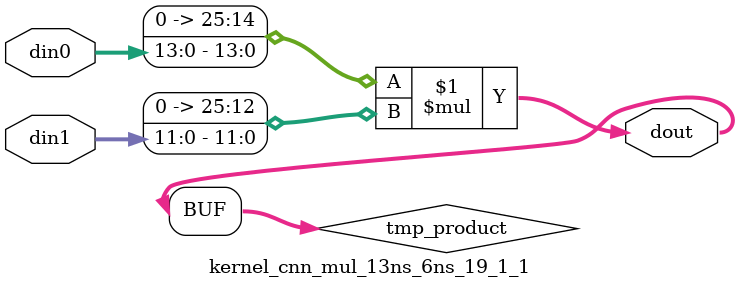
<source format=v>

`timescale 1 ns / 1 ps

  module kernel_cnn_mul_13ns_6ns_19_1_1(din0, din1, dout);
parameter ID = 1;
parameter NUM_STAGE = 0;
parameter din0_WIDTH = 14;
parameter din1_WIDTH = 12;
parameter dout_WIDTH = 26;

input [din0_WIDTH - 1 : 0] din0; 
input [din1_WIDTH - 1 : 0] din1; 
output [dout_WIDTH - 1 : 0] dout;

wire signed [dout_WIDTH - 1 : 0] tmp_product;










assign tmp_product = $signed({1'b0, din0}) * $signed({1'b0, din1});











assign dout = tmp_product;







endmodule

</source>
